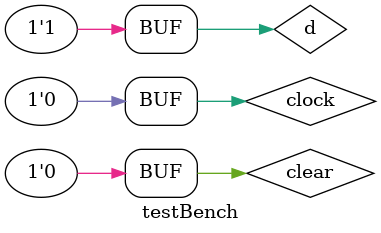
<source format=v>
module DffSync(q, d, clear, clock);
	input d, clear, clock;
	output reg q;

	always @(posedge clock)
	begin
		q = ~clear & d;
	end
endmodule

module DffAsync(q, d, clear, clock);
	input d, clear, clock;
	output reg q;

	always @(negedge clear or posedge clock)
	begin
		if (!clear)
			q = 1'b0;
		else
			q = d;
	end
endmodule

module testBench;
	reg d, clear, clock;
	wire q;

	DffAsync dff(q, d, clear, clock);

	initial
	begin
		$monitor($time, "\t%d\t%d\t%d\t%d", clock, clear, d, q);
		clock = 1'b0; clear = 1'b0; d = 1'b1;
		#5 clock = 1'b1; clear = 1'b0; d = 1'b1;
		#5 clock = 1'b0; clear = 1'b0; d = 1'b0;
		#5 clock = 1'b1; clear = 1'b1; d = 1'b1;
		#5 clock = 1'b0; clear = 1'b0; d = 1'b1;
		//$finish;
	end
endmodule

</source>
